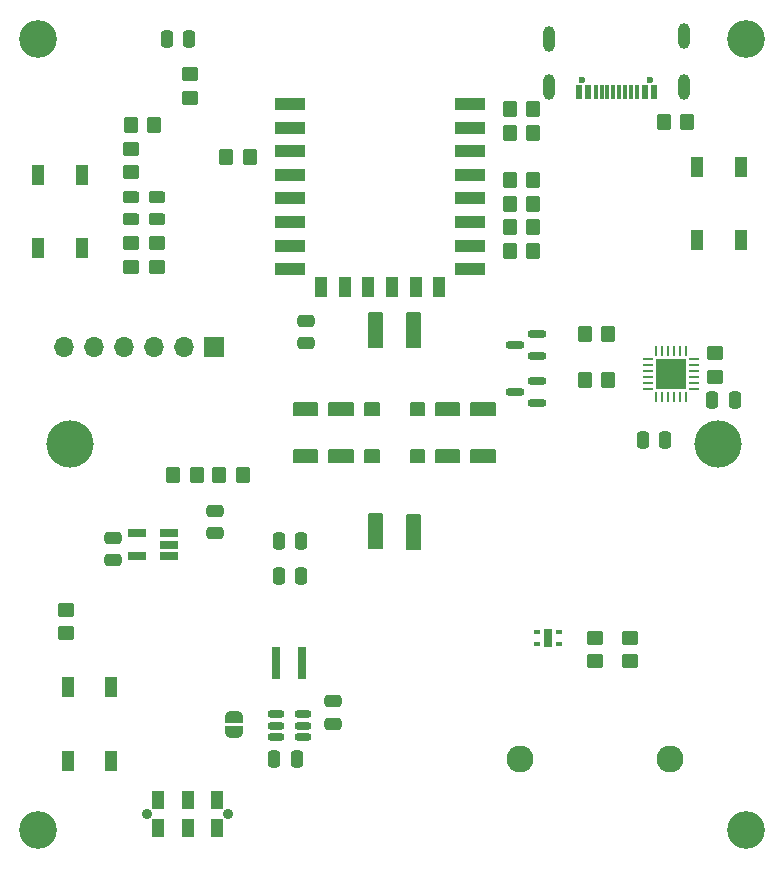
<source format=gts>
%TF.GenerationSoftware,KiCad,Pcbnew,(6.0.7)*%
%TF.CreationDate,2022-11-21T20:08:05+01:00*%
%TF.ProjectId,Arbolito,4172626f-6c69-4746-9f2e-6b696361645f,rev?*%
%TF.SameCoordinates,Original*%
%TF.FileFunction,Soldermask,Top*%
%TF.FilePolarity,Negative*%
%FSLAX46Y46*%
G04 Gerber Fmt 4.6, Leading zero omitted, Abs format (unit mm)*
G04 Created by KiCad (PCBNEW (6.0.7)) date 2022-11-21 20:08:05*
%MOMM*%
%LPD*%
G01*
G04 APERTURE LIST*
G04 Aperture macros list*
%AMRoundRect*
4,1,4,-3,2,-5,4,-7,6,-9,8,-3,2,0*
1,1,$1,$2,$3*
1,1,$1,$2,$3*
1,1,$1,$2,$3*
1,1,$1,$2,$3*
20,1,$1,$2,$3,$4,$5,90*
20,1,$1,$2,$3,$4,$5,90*
20,1,$1,$2,$3,$4,$5,90*
20,1,$1,$2,$3,$4,$5,90*%
%AMFreePoly0*
4,1,22,0.75,0.49999999999999994,0.75,-0.000000000000000045922738268339147,0.745033,-0.000000000000000045618607280367356,0.743568,-0.07994100000000004,0.701293,-0.21525600000000006,0.622738,-0.33326600000000006,0.514219,-0.42448600000000003,0.38445999999999997,-0.481581,0.24999999999999997,-0.499164,0.24999999999999997,-0.5,-0.25000000000000006,-0.5,-0.25000000000000006,-0.499164,-0.25610900000000003,-0.499963,-0.39618600000000004,-0.478152,-0.524511,-0.41790399999999994,-0.630769,-0.32405999999999996,-0.706417,-0.20416499999999996,-0.745374,-0.06785799999999996,-0.744959,0.000000000000000045614076236858221,-0.75,0.000000000000000045922738268339147,-0.75,0.5,0.75,0.49999999999999994,0.75,0.49999999999999994,0*%
%AMFreePoly1*
4,1,20,-0.744959,0.000000000000000045614076236858221,-0.744508,0.07390500000000004,-0.703889,0.20972600000000005,-0.626782,0.32868800000000004,-0.519385,0.42122600000000004,-0.39033299999999993,0.479903,-0.24999999999999997,0.5,0.25000000000000006,0.5,0.26221600000000006,0.499851,0.40201700000000007,0.476331,0.529596,0.41451899999999997,0.6347,0.31938399999999995,0.708877,0.19857399999999994,0.746166,0.061800999999999953,0.745033,-0.000000000000000045618607280367356,0.75,-0.000000000000000045922738268339147,0.75,-0.5,-0.75,-0.49999999999999994,-0.75,0.000000000000000045922738268339147,-0.744959,0.000000000000000045614076236858221,-0.744959,0.000000000000000045614076236858221,0*%
G04 Aperture macros list end*
%ADD10C,0.15*%
%AMCOMP17*
4,1,3,
-0.25000000000000006,-0.475,
0.24999999999999997,-0.475,
0.25000000000000006,0.475,
-0.24999999999999997,0.475,
0*
4,1,19,
-0.5,-0.47499999999999992,
-0.48776412907378841,-0.39774575140626306,
-0.45225424859373686,-0.32805368692688169,
-0.39694631307311828,-0.27274575140626311,
-0.32725424859373686,-0.23723587092621157,
-0.25,-0.22499999999999995,
-0.17274575140626319,-0.23723587092621157,
-0.10305368692688176,-0.27274575140626311,
-0.047745751406263186,-0.32805368692688164,
-0.012235870926211641,-0.39774575140626311,
-0.000000000000000029084400903281456,-0.47499999999999992,
-0.01223587092621165,-0.552254248593737,
-0.047745751406263144,-0.62194631307311821,
-0.10305368692688173,-0.67725424859373684,
-0.17274575140626316,-0.71276412907378839,
-0.25,-0.725,
-0.32725424859373686,-0.71276412907378839,
-0.39694631307311828,-0.67725424859373684,
-0.45225424859373692,-0.62194631307311832,
-0.48776412907378847,-0.55225424859373684,
0*
4,1,19,
-0.000000000000000029084400903281456,-0.475,
0.012235870926211593,-0.39774575140626311,
0.047745751406263116,-0.32805368692688169,
0.1030536869268817,-0.27274575140626311,
0.17274575140626311,-0.2372358709262116,
0.24999999999999997,-0.225,
0.32725424859373686,-0.2372358709262116,
0.39694631307311823,-0.27274575140626311,
0.45225424859373686,-0.32805368692688164,
0.48776412907378841,-0.39774575140626317,
0.49999999999999994,-0.475,
0.48776412907378836,-0.552254248593737,
0.45225424859373681,-0.62194631307311821,
0.39694631307311828,-0.67725424859373684,
0.32725424859373681,-0.71276412907378839,
0.25,-0.725,
0.17274575140626314,-0.71276412907378839,
0.10305368692688173,-0.67725424859373684,
0.04774575140626313,-0.62194631307311832,
0.012235870926211584,-0.55225424859373684,
0*
4,1,19,
0.000000000000000029084400903281456,0.475,
0.01223587092621165,0.55225424859373684,
0.047745751406263172,0.62194631307311821,
0.10305368692688176,0.67725424859373684,
0.17274575140626319,0.71276412907378839,
0.25,0.725,
0.32725424859373692,0.71276412907378839,
0.39694631307311828,0.67725424859373684,
0.45225424859373692,0.62194631307311832,
0.48776412907378847,0.55225424859373684,
0.5,0.475,
0.48776412907378841,0.397745751406263,
0.45225424859373686,0.32805368692688175,
0.39694631307311834,0.27274575140626311,
0.32725424859373686,0.23723587092621157,
0.25000000000000006,0.22499999999999995,
0.17274575140626322,0.23723587092621157,
0.10305368692688179,0.27274575140626311,
0.047745751406263186,0.32805368692688164,
0.012235870926211641,0.39774575140626306,
0*
4,1,19,
-0.49999999999999994,0.47500000000000003,
-0.48776412907378836,0.55225424859373684,
-0.45225424859373681,0.62194631307311821,
-0.39694631307311823,0.67725424859373684,
-0.32725424859373681,0.71276412907378839,
-0.24999999999999994,0.725,
-0.17274575140626311,0.71276412907378839,
-0.1030536869268817,0.67725424859373684,
-0.04774575140626313,0.62194631307311832,
-0.012235870926211584,0.55225424859373684,
0.000000000000000029084400903281462,0.47500000000000003,
-0.012235870926211593,0.39774575140626306,
-0.047745751406263089,0.32805368692688175,
-0.10305368692688167,0.27274575140626311,
-0.17274575140626308,0.2372358709262116,
-0.24999999999999994,0.225,
-0.32725424859373681,0.2372358709262116,
-0.39694631307311823,0.27274575140626311,
-0.45225424859373686,0.32805368692688164,
-0.48776412907378841,0.39774575140626311,
0*
4,1,3,
-0.25000000000000006,-0.725,
-0.24999999999999997,-0.22499999999999995,
0.25,-0.225,
0.24999999999999992,-0.725,
0*
4,1,3,
0.49999999999999994,-0.47500000000000003,
-0.000000000000000029084400903281456,-0.475,
0.000000000000000029084400903281456,0.475,
0.5,0.47499999999999992,
0*
4,1,3,
0.25000000000000006,0.725,
0.24999999999999997,0.22499999999999995,
-0.25,0.225,
-0.24999999999999992,0.725,
0*
4,1,3,
-0.49999999999999994,0.47500000000000003,
0.000000000000000029084400903281456,0.475,
-0.000000000000000029084400903281456,-0.475,
-0.5,-0.47499999999999992,
0*%
%ADD11COMP17,0.25X-0.475X0.25X-0.475X-0.25X0.475X-0.25X0.475X0.25X0*%
%AMCOMP18*
4,1,3,
-0.35,-0.45,
0.35,-0.45,
0.35,0.45,
-0.35,0.45,
0*
4,1,19,
-0.6,-0.44999999999999996,
-0.58776412907378839,-0.37274575140626309,
-0.55225424859373684,-0.30305368692688167,
-0.49694631307311826,-0.24774575140626312,
-0.42725424859373684,-0.2122358709262116,
-0.35,-0.19999999999999998,
-0.27274575140626311,-0.21223587092621157,
-0.20305368692688175,-0.24774575140626315,
-0.14774575140626317,-0.30305368692688173,
-0.11223587092621162,-0.37274575140626315,
-0.1,-0.44999999999999996,
-0.11223587092621162,-0.52725424859373693,
-0.14774575140626311,-0.5969463130731183,
-0.20305368692688169,-0.65225424859373682,
-0.27274575140626317,-0.68776412907378837,
-0.35,-0.7,
-0.42725424859373684,-0.68776412907378837,
-0.49694631307311826,-0.65225424859373693,
-0.55225424859373684,-0.5969463130731183,
-0.58776412907378839,-0.52725424859373693,
0*
4,1,19,
0.09999999999999995,-0.45,
0.11223587092621157,-0.37274575140626315,
0.14774575140626309,-0.30305368692688173,
0.20305368692688167,-0.24774575140626315,
0.27274575140626311,-0.21223587092621166,
0.35,-0.20000000000000004,
0.42725424859373684,-0.21223587092621163,
0.49694631307311821,-0.24774575140626318,
0.55225424859373684,-0.30305368692688178,
0.58776412907378839,-0.3727457514062632,
0.6,-0.45,
0.58776412907378839,-0.52725424859373693,
0.55225424859373684,-0.5969463130731183,
0.49694631307311826,-0.65225424859373682,
0.42725424859373679,-0.68776412907378837,
0.35,-0.7,
0.27274575140626311,-0.68776412907378837,
0.20305368692688172,-0.65225424859373693,
0.14774575140626311,-0.5969463130731183,
0.11223587092621157,-0.52725424859373693,
0*
4,1,19,
0.1,0.45,
0.11223587092621162,0.52725424859373682,
0.14774575140626314,0.5969463130731183,
0.20305368692688172,0.65225424859373682,
0.27274575140626317,0.68776412907378837,
0.35000000000000003,0.7,
0.4272542485937369,0.68776412907378837,
0.49694631307311826,0.65225424859373682,
0.55225424859373684,0.5969463130731183,
0.58776412907378839,0.52725424859373693,
0.6,0.45,
0.58776412907378839,0.37274575140626304,
0.55225424859373684,0.30305368692688167,
0.49694631307311832,0.24774575140626315,
0.42725424859373684,0.2122358709262116,
0.35000000000000003,0.19999999999999998,
0.27274575140626317,0.21223587092621157,
0.20305368692688178,0.24774575140626312,
0.14774575140626317,0.30305368692688167,
0.11223587092621162,0.37274575140626309,
0*
4,1,19,
-0.6,0.45000000000000007,
-0.58776412907378839,0.52725424859373682,
-0.55225424859373684,0.5969463130731183,
-0.49694631307311821,0.65225424859373682,
-0.42725424859373679,0.68776412907378837,
-0.34999999999999992,0.7,
-0.27274575140626306,0.68776412907378837,
-0.20305368692688169,0.65225424859373682,
-0.14774575140626311,0.5969463130731183,
-0.11223587092621157,0.52725424859373693,
-0.09999999999999995,0.45000000000000007,
-0.11223587092621157,0.37274575140626309,
-0.14774575140626306,0.30305368692688173,
-0.20305368692688164,0.24774575140626318,
-0.27274575140626311,0.21223587092621166,
-0.34999999999999992,0.20000000000000004,
-0.42725424859373679,0.21223587092621163,
-0.49694631307311821,0.24774575140626315,
-0.55225424859373684,0.30305368692688173,
-0.58776412907378839,0.37274575140626315,
0*
4,1,3,
-0.35000000000000003,-0.7,
-0.35,-0.19999999999999998,
0.35,-0.20000000000000004,
0.34999999999999992,-0.7,
0*
4,1,3,
0.6,-0.45000000000000007,
0.09999999999999995,-0.45,
0.1,0.45,
0.6,0.44999999999999996,
0*
4,1,3,
0.35000000000000003,0.7,
0.35,0.19999999999999998,
-0.35,0.20000000000000004,
-0.34999999999999992,0.7,
0*
4,1,3,
-0.6,0.45000000000000007,
-0.09999999999999995,0.45,
-0.1,-0.45,
-0.6,-0.44999999999999996,
0*%
%ADD12COMP18,0.25X-0.45X0.35X-0.45X-0.35X0.45X-0.35X0.45X0.35X0*%
%ADD13C,3.2*%
%AMCOMP19*
4,1,3,
-0.45625,0.24375000000000002,
-0.45625,-0.24374999999999997,
0.45625,-0.24375000000000002,
0.45625,0.24374999999999997,
0*
4,1,19,
-0.7,0.24375000000000005,
-0.68807002584694366,0.31907289237889347,
-0.65344789237889345,0.38702265524629037,
-0.59952265524629034,0.44094789237889348,
-0.53157289237889338,0.47557002584694369,
-0.45624999999999993,0.48750000000000004,
-0.38092710762110654,0.47557002584694369,
-0.3129773447537097,0.44094789237889342,
-0.25905210762110659,0.38702265524629031,
-0.22442997415305629,0.31907289237889347,
-0.21249999999999997,0.24375000000000002,
-0.22442997415305632,0.16842710762110649,
-0.25905210762110653,0.10047734475370972,
-0.31297734475370964,0.046552107621106613,
-0.38092710762110654,0.01192997415305635,
-0.45624999999999993,0.000000000000000027936332446572976,
-0.53157289237889338,0.011929974153056333,
-0.59952265524629023,0.046552107621106571,
-0.65344789237889334,0.10047734475370966,
-0.68807002584694366,0.16842710762110658,
0*
4,1,19,
-0.7,-0.24374999999999994,
-0.68807002584694366,-0.16842710762110652,
-0.65344789237889345,-0.10047734475370963,
-0.59952265524629034,-0.04655210762110653,
-0.53157289237889338,-0.011929974153056295,
-0.45625,0.000000000000000027936332446572982,
-0.3809271076211066,-0.011929974153056277,
-0.3129773447537097,-0.046552107621106543,
-0.25905210762110659,-0.10047734475370963,
-0.22442997415305632,-0.16842710762110655,
-0.21250000000000002,-0.24374999999999997,
-0.22442997415305635,-0.31907289237889347,
-0.25905210762110653,-0.38702265524629031,
-0.31297734475370964,-0.44094789237889342,
-0.3809271076211066,-0.47557002584694363,
-0.45625,-0.48749999999999993,
-0.53157289237889338,-0.47557002584694363,
-0.59952265524629023,-0.44094789237889337,
-0.65344789237889334,-0.38702265524629031,
-0.68807002584694366,-0.31907289237889341,
0*
4,1,19,
0.21249999999999997,-0.24375,
0.22442997415305632,-0.16842710762110658,
0.25905210762110653,-0.10047734475370969,
0.31297734475370964,-0.046552107621106585,
0.38092710762110654,-0.01192997415305635,
0.45625,-0.000000000000000027936332446572982,
0.53157289237889338,-0.011929974153056333,
0.59952265524629023,-0.0465521076211066,
0.65344789237889334,-0.10047734475370969,
0.68807002584694366,-0.1684271076211066,
0.7,-0.24375000000000002,
0.68807002584694366,-0.31907289237889352,
0.65344789237889345,-0.38702265524629037,
0.59952265524629034,-0.44094789237889348,
0.53157289237889349,-0.47557002584694369,
0.45625,-0.48750000000000004,
0.38092710762110654,-0.47557002584694369,
0.31297734475370975,-0.44094789237889342,
0.25905210762110659,-0.38702265524629037,
0.22442997415305629,-0.31907289237889347,
0*
4,1,19,
0.21250000000000002,0.24375,
0.22442997415305635,0.31907289237889341,
0.25905210762110653,0.38702265524629031,
0.31297734475370964,0.44094789237889342,
0.3809271076211066,0.47557002584694363,
0.45625000000000004,0.48749999999999993,
0.53157289237889338,0.47557002584694363,
0.59952265524629023,0.44094789237889337,
0.65344789237889334,0.38702265524629026,
0.68807002584694366,0.31907289237889341,
0.7,0.24374999999999997,
0.68807002584694366,0.16842710762110644,
0.65344789237889345,0.10047734475370966,
0.59952265524629034,0.046552107621106557,
0.53157289237889349,0.011929974153056295,
0.45625000000000004,-0.000000000000000027936332446572982,
0.3809271076211066,0.011929974153056277,
0.31297734475370975,0.046552107621106516,
0.25905210762110659,0.1004773447537096,
0.22442997415305632,0.16842710762110652,
0*
4,1,3,
-0.7,0.24375000000000008,
-0.21249999999999997,0.24374999999999997,
-0.21250000000000002,-0.24375000000000002,
-0.7,-0.24374999999999991,
0*
4,1,3,
-0.45625000000000004,-0.48749999999999993,
-0.45625,0.000000000000000027936332446572982,
0.45625,-0.000000000000000027936332446572982,
0.45624999999999993,-0.48750000000000004,
0*
4,1,3,
0.7,-0.24375000000000008,
0.21249999999999997,-0.24374999999999997,
0.21250000000000002,0.24375000000000002,
0.7,0.24374999999999991,
0*
4,1,3,
0.45625000000000004,0.48749999999999993,
0.45625,-0.000000000000000027936332446572982,
-0.45625,0.000000000000000027936332446572982,
-0.45624999999999993,0.48750000000000004,
0*%
%ADD14COMP19,0.24375X0.24375X0.45625X-0.24375X0.45625X-0.24375X-0.45625X0.24375X-0.45625X0*%
%AMCOMP20*
4,1,3,
0.25000000000000006,0.475,
-0.24999999999999997,0.475,
-0.25000000000000006,-0.475,
0.24999999999999997,-0.475,
0*
4,1,19,
0.000000000000000029084400903281456,0.475,
0.01223587092621165,0.55225424859373684,
0.047745751406263172,0.62194631307311821,
0.10305368692688176,0.67725424859373684,
0.17274575140626319,0.71276412907378839,
0.25,0.725,
0.32725424859373692,0.71276412907378839,
0.39694631307311828,0.67725424859373684,
0.45225424859373692,0.62194631307311832,
0.48776412907378847,0.55225424859373684,
0.5,0.475,
0.48776412907378841,0.397745751406263,
0.45225424859373686,0.32805368692688175,
0.39694631307311834,0.27274575140626311,
0.32725424859373686,0.23723587092621157,
0.25000000000000006,0.22499999999999995,
0.17274575140626322,0.23723587092621157,
0.10305368692688179,0.27274575140626311,
0.047745751406263186,0.32805368692688164,
0.012235870926211641,0.39774575140626306,
0*
4,1,19,
-0.49999999999999994,0.47500000000000003,
-0.48776412907378836,0.55225424859373684,
-0.45225424859373681,0.62194631307311821,
-0.39694631307311823,0.67725424859373684,
-0.32725424859373681,0.71276412907378839,
-0.24999999999999994,0.725,
-0.17274575140626311,0.71276412907378839,
-0.1030536869268817,0.67725424859373684,
-0.04774575140626313,0.62194631307311832,
-0.012235870926211584,0.55225424859373684,
0.000000000000000029084400903281462,0.47500000000000003,
-0.012235870926211593,0.39774575140626306,
-0.047745751406263089,0.32805368692688175,
-0.10305368692688167,0.27274575140626311,
-0.17274575140626308,0.2372358709262116,
-0.24999999999999994,0.225,
-0.32725424859373681,0.2372358709262116,
-0.39694631307311823,0.27274575140626311,
-0.45225424859373686,0.32805368692688164,
-0.48776412907378841,0.39774575140626311,
0*
4,1,19,
-0.5,-0.47499999999999992,
-0.48776412907378841,-0.39774575140626306,
-0.45225424859373686,-0.32805368692688169,
-0.39694631307311828,-0.27274575140626311,
-0.32725424859373686,-0.23723587092621157,
-0.25,-0.22499999999999995,
-0.17274575140626319,-0.23723587092621157,
-0.10305368692688176,-0.27274575140626311,
-0.047745751406263186,-0.32805368692688164,
-0.012235870926211641,-0.39774575140626311,
-0.000000000000000029084400903281456,-0.47499999999999992,
-0.01223587092621165,-0.552254248593737,
-0.047745751406263144,-0.62194631307311821,
-0.10305368692688173,-0.67725424859373684,
-0.17274575140626316,-0.71276412907378839,
-0.25,-0.725,
-0.32725424859373686,-0.71276412907378839,
-0.39694631307311828,-0.67725424859373684,
-0.45225424859373692,-0.62194631307311832,
-0.48776412907378847,-0.55225424859373684,
0*
4,1,19,
-0.000000000000000029084400903281456,-0.475,
0.012235870926211593,-0.39774575140626311,
0.047745751406263116,-0.32805368692688169,
0.1030536869268817,-0.27274575140626311,
0.17274575140626311,-0.2372358709262116,
0.24999999999999997,-0.225,
0.32725424859373686,-0.2372358709262116,
0.39694631307311823,-0.27274575140626311,
0.45225424859373686,-0.32805368692688164,
0.48776412907378841,-0.39774575140626317,
0.49999999999999994,-0.475,
0.48776412907378836,-0.552254248593737,
0.45225424859373681,-0.62194631307311821,
0.39694631307311828,-0.67725424859373684,
0.32725424859373681,-0.71276412907378839,
0.25,-0.725,
0.17274575140626314,-0.71276412907378839,
0.10305368692688173,-0.67725424859373684,
0.04774575140626313,-0.62194631307311832,
0.012235870926211584,-0.55225424859373684,
0*
4,1,3,
0.25000000000000006,0.725,
0.24999999999999997,0.22499999999999995,
-0.25,0.225,
-0.24999999999999992,0.725,
0*
4,1,3,
-0.49999999999999994,0.47500000000000003,
0.000000000000000029084400903281456,0.475,
-0.000000000000000029084400903281456,-0.475,
-0.5,-0.47499999999999992,
0*
4,1,3,
-0.25000000000000006,-0.725,
-0.24999999999999997,-0.22499999999999995,
0.25,-0.225,
0.24999999999999992,-0.725,
0*
4,1,3,
0.49999999999999994,-0.47500000000000003,
-0.000000000000000029084400903281456,-0.475,
0.000000000000000029084400903281456,0.475,
0.5,0.47499999999999992,
0*%
%ADD15COMP20,0.25X0.475X-0.25X0.475X0.25X-0.475X0.25X-0.475X-0.25X0*%
%AMCOMP21*
4,1,3,
-0.45,0.35,
-0.45,-0.35,
0.45,-0.35,
0.45,0.35,
0*
4,1,19,
-0.7,0.35000000000000003,
-0.68776412907378837,0.4272542485937369,
-0.65225424859373682,0.49694631307311832,
-0.5969463130731183,0.55225424859373684,
-0.52725424859373682,0.58776412907378839,
-0.44999999999999996,0.6,
-0.37274575140626315,0.58776412907378839,
-0.30305368692688167,0.55225424859373684,
-0.24774575140626315,0.49694631307311832,
-0.2122358709262116,0.42725424859373684,
-0.19999999999999998,0.35000000000000003,
-0.2122358709262116,0.27274575140626306,
-0.24774575140626312,0.20305368692688175,
-0.30305368692688173,0.14774575140626317,
-0.37274575140626309,0.11223587092621162,
-0.44999999999999996,0.1,
-0.52725424859373682,0.1122358709262116,
-0.5969463130731183,0.14774575140626311,
-0.65225424859373682,0.20305368692688167,
-0.68776412907378837,0.27274575140626311,
0*
4,1,19,
-0.7,-0.34999999999999992,
-0.68776412907378837,-0.27274575140626306,
-0.65225424859373682,-0.20305368692688167,
-0.5969463130731183,-0.14774575140626309,
-0.52725424859373682,-0.11223587092621157,
-0.45,-0.09999999999999995,
-0.3727457514062632,-0.11223587092621154,
-0.30305368692688173,-0.14774575140626309,
-0.24774575140626318,-0.20305368692688164,
-0.21223587092621166,-0.27274575140626311,
-0.20000000000000004,-0.34999999999999992,
-0.21223587092621166,-0.4272542485937369,
-0.24774575140626315,-0.49694631307311821,
-0.30305368692688178,-0.55225424859373684,
-0.37274575140626315,-0.58776412907378839,
-0.45,-0.6,
-0.52725424859373682,-0.58776412907378839,
-0.5969463130731183,-0.55225424859373684,
-0.65225424859373682,-0.49694631307311826,
-0.68776412907378837,-0.42725424859373684,
0*
4,1,19,
0.19999999999999998,-0.35,
0.2122358709262116,-0.27274575140626311,
0.24774575140626315,-0.20305368692688172,
0.30305368692688173,-0.14774575140626314,
0.37274575140626315,-0.11223587092621162,
0.45,-0.1,
0.52725424859373682,-0.1122358709262116,
0.5969463130731183,-0.14774575140626314,
0.65225424859373682,-0.20305368692688169,
0.68776412907378837,-0.27274575140626317,
0.7,-0.35,
0.68776412907378837,-0.42725424859373695,
0.65225424859373693,-0.49694631307311826,
0.5969463130731183,-0.55225424859373684,
0.52725424859373693,-0.58776412907378839,
0.45,-0.6,
0.37274575140626315,-0.58776412907378839,
0.30305368692688173,-0.55225424859373684,
0.24774575140626315,-0.49694631307311832,
0.2122358709262116,-0.4272542485937369,
0*
4,1,19,
0.20000000000000004,0.35,
0.21223587092621166,0.42725424859373684,
0.24774575140626318,0.49694631307311826,
0.30305368692688178,0.55225424859373684,
0.3727457514062632,0.58776412907378839,
0.45000000000000007,0.6,
0.52725424859373682,0.58776412907378839,
0.5969463130731183,0.55225424859373684,
0.65225424859373682,0.49694631307311826,
0.68776412907378837,0.42725424859373679,
0.7,0.35,
0.68776412907378837,0.272745751406263,
0.65225424859373693,0.20305368692688169,
0.5969463130731183,0.14774575140626311,
0.52725424859373693,0.11223587092621157,
0.45000000000000007,0.09999999999999995,
0.3727457514062632,0.11223587092621154,
0.30305368692688178,0.14774575140626306,
0.24774575140626318,0.20305368692688161,
0.21223587092621166,0.27274575140626306,
0*
4,1,3,
-0.7,0.35000000000000003,
-0.19999999999999998,0.35,
-0.20000000000000004,-0.35,
-0.7,-0.34999999999999992,
0*
4,1,3,
-0.45000000000000007,-0.6,
-0.45,-0.09999999999999995,
0.45,-0.1,
0.44999999999999996,-0.6,
0*
4,1,3,
0.7,-0.35000000000000003,
0.19999999999999998,-0.35,
0.20000000000000004,0.35,
0.7,0.34999999999999992,
0*
4,1,3,
0.45000000000000007,0.6,
0.45,0.09999999999999995,
-0.45,0.1,
-0.44999999999999996,0.6,
0*%
%ADD16COMP21,0.25X0.35X0.45X-0.35X0.45X-0.35X-0.45X0.35X-0.45X0*%
%AMCOMP22*
4,1,3,
0.35,0.45,
-0.35,0.45,
-0.35,-0.45,
0.35,-0.45,
0*
4,1,19,
0.1,0.45,
0.11223587092621162,0.52725424859373682,
0.14774575140626314,0.5969463130731183,
0.20305368692688172,0.65225424859373682,
0.27274575140626317,0.68776412907378837,
0.35000000000000003,0.7,
0.4272542485937369,0.68776412907378837,
0.49694631307311826,0.65225424859373682,
0.55225424859373684,0.5969463130731183,
0.58776412907378839,0.52725424859373693,
0.6,0.45,
0.58776412907378839,0.37274575140626304,
0.55225424859373684,0.30305368692688167,
0.49694631307311832,0.24774575140626315,
0.42725424859373684,0.2122358709262116,
0.35000000000000003,0.19999999999999998,
0.27274575140626317,0.21223587092621157,
0.20305368692688178,0.24774575140626312,
0.14774575140626317,0.30305368692688167,
0.11223587092621162,0.37274575140626309,
0*
4,1,19,
-0.6,0.45000000000000007,
-0.58776412907378839,0.52725424859373682,
-0.55225424859373684,0.5969463130731183,
-0.49694631307311821,0.65225424859373682,
-0.42725424859373679,0.68776412907378837,
-0.34999999999999992,0.7,
-0.27274575140626306,0.68776412907378837,
-0.20305368692688169,0.65225424859373682,
-0.14774575140626311,0.5969463130731183,
-0.11223587092621157,0.52725424859373693,
-0.09999999999999995,0.45000000000000007,
-0.11223587092621157,0.37274575140626309,
-0.14774575140626306,0.30305368692688173,
-0.20305368692688164,0.24774575140626318,
-0.27274575140626311,0.21223587092621166,
-0.34999999999999992,0.20000000000000004,
-0.42725424859373679,0.21223587092621163,
-0.49694631307311821,0.24774575140626315,
-0.55225424859373684,0.30305368692688173,
-0.58776412907378839,0.37274575140626315,
0*
4,1,19,
-0.6,-0.44999999999999996,
-0.58776412907378839,-0.37274575140626309,
-0.55225424859373684,-0.30305368692688167,
-0.49694631307311826,-0.24774575140626312,
-0.42725424859373684,-0.2122358709262116,
-0.35,-0.19999999999999998,
-0.27274575140626311,-0.21223587092621157,
-0.20305368692688175,-0.24774575140626315,
-0.14774575140626317,-0.30305368692688173,
-0.11223587092621162,-0.37274575140626315,
-0.1,-0.44999999999999996,
-0.11223587092621162,-0.52725424859373693,
-0.14774575140626311,-0.5969463130731183,
-0.20305368692688169,-0.65225424859373682,
-0.27274575140626317,-0.68776412907378837,
-0.35,-0.7,
-0.42725424859373684,-0.68776412907378837,
-0.49694631307311826,-0.65225424859373693,
-0.55225424859373684,-0.5969463130731183,
-0.58776412907378839,-0.52725424859373693,
0*
4,1,19,
0.09999999999999995,-0.45,
0.11223587092621157,-0.37274575140626315,
0.14774575140626309,-0.30305368692688173,
0.20305368692688167,-0.24774575140626315,
0.27274575140626311,-0.21223587092621166,
0.35,-0.20000000000000004,
0.42725424859373684,-0.21223587092621163,
0.49694631307311821,-0.24774575140626318,
0.55225424859373684,-0.30305368692688178,
0.58776412907378839,-0.3727457514062632,
0.6,-0.45,
0.58776412907378839,-0.52725424859373693,
0.55225424859373684,-0.5969463130731183,
0.49694631307311826,-0.65225424859373682,
0.42725424859373679,-0.68776412907378837,
0.35,-0.7,
0.27274575140626311,-0.68776412907378837,
0.20305368692688172,-0.65225424859373693,
0.14774575140626311,-0.5969463130731183,
0.11223587092621157,-0.52725424859373693,
0*
4,1,3,
0.35000000000000003,0.7,
0.35,0.19999999999999998,
-0.35,0.20000000000000004,
-0.34999999999999992,0.7,
0*
4,1,3,
-0.6,0.45000000000000007,
-0.09999999999999995,0.45,
-0.1,-0.45,
-0.6,-0.44999999999999996,
0*
4,1,3,
-0.35000000000000003,-0.7,
-0.35,-0.19999999999999998,
0.35,-0.20000000000000004,
0.34999999999999992,-0.7,
0*
4,1,3,
0.6,-0.45000000000000007,
0.09999999999999995,-0.45,
0.1,0.45,
0.6,0.44999999999999996,
0*%
%ADD17COMP22,0.25X0.45X-0.35X0.45X0.35X-0.45X0.35X-0.45X-0.35X0*%
%ADD18C,0.9*%
%ADD19R,1X1.6*%
%AMCOMP23*
4,1,21,
0.75,0.49999999999999994,
0.75,-0.000000000000000045922738268339147,
0.745033,-0.000000000000000045618607280367356,
0.743568,-0.07994100000000004,
0.701293,-0.21525600000000006,
0.622738,-0.33326600000000006,
0.514219,-0.42448600000000003,
0.38445999999999997,-0.481581,
0.24999999999999997,-0.499164,
0.24999999999999997,-0.5,
-0.25000000000000006,-0.5,
-0.25000000000000006,-0.499164,
-0.25610900000000003,-0.499963,
-0.39618600000000004,-0.478152,
-0.524511,-0.41790399999999994,
-0.630769,-0.32405999999999996,
-0.706417,-0.20416499999999996,
-0.745374,-0.06785799999999996,
-0.744959,0.000000000000000045614076236858221,
-0.75,0.000000000000000045922738268339147,
-0.75,0.5,
0.75,0.49999999999999994,
0*%
%ADD20COMP23,0*%
%AMCOMP24*
4,1,19,
-0.744959,0.000000000000000045614076236858221,
-0.744508,0.07390500000000004,
-0.703889,0.20972600000000005,
-0.626782,0.32868800000000004,
-0.519385,0.42122600000000004,
-0.39033299999999993,0.479903,
-0.24999999999999997,0.5,
0.25000000000000006,0.5,
0.26221600000000006,0.499851,
0.40201700000000007,0.476331,
0.529596,0.41451899999999997,
0.6347,0.31938399999999995,
0.708877,0.19857399999999994,
0.746166,0.061800999999999953,
0.745033,-0.000000000000000045618607280367356,
0.75,-0.000000000000000045922738268339147,
0.75,-0.5,
-0.75,-0.49999999999999994,
-0.75,0.000000000000000045922738268339147,
-0.744959,0.000000000000000045614076236858221,
0*%
%ADD21COMP24,0*%
%AMCOMP25*
4,1,3,
0.5875,0.14999999999999997,
-0.5875,0.15000000000000002,
-0.5875,-0.14999999999999997,
0.5875,-0.15000000000000002,
0*
4,1,19,
0.4375,0.14999999999999997,
0.444841522555727,0.19635254915624209,
0.46614745084375792,0.23816778784387094,
0.49933221215612905,0.271352549156242,
0.54114745084375793,0.29265847744427292,
0.5875,0.29999999999999993,
0.63385254915624212,0.292658477444273,
0.67566778784387094,0.271352549156242,
0.70885254915624207,0.23816778784387094,
0.73015847744427309,0.19635254915624206,
0.7375,0.14999999999999997,
0.73015847744427309,0.1036474508437578,
0.70885254915624218,0.061832212156128996,
0.675667787843871,0.02864745084375786,
0.63385254915624212,0.0073415225557269424,
0.5875,-0.000000000000000035972811643532336,
0.54114745084375793,0.0073415225557269207,
0.49933221215612911,0.028647450843757829,
0.46614745084375792,0.061832212156128968,
0.444841522555727,0.10364745084375782,
0*
4,1,19,
-0.7375,0.15000000000000005,
-0.73015847744427309,0.19635254915624217,
-0.70885254915624207,0.23816778784387102,
-0.675667787843871,0.27135254915624213,
-0.63385254915624212,0.29265847744427304,
-0.5875,0.30000000000000004,
-0.54114745084375793,0.29265847744427309,
-0.49933221215612905,0.27135254915624213,
-0.46614745084375792,0.23816778784387102,
-0.444841522555727,0.19635254915624215,
-0.4375,0.15000000000000005,
-0.444841522555727,0.10364745084375787,
-0.46614745084375786,0.061832212156129066,
-0.49933221215612905,0.028647450843757933,
-0.54114745084375793,0.0073415225557270144,
-0.5875,0.000000000000000035972811643532336,
-0.63385254915624212,0.0073415225557269927,
-0.67566778784387094,0.0286474508437579,
-0.70885254915624207,0.061832212156129038,
-0.73015847744427309,0.10364745084375789,
0*
4,1,19,
-0.7375,-0.14999999999999994,
-0.73015847744427309,-0.10364745084375784,
-0.70885254915624207,-0.061832212156128982,
-0.675667787843871,-0.028647450843757846,
-0.63385254915624212,-0.0073415225557269424,
-0.5875,0.000000000000000035972811643532336,
-0.54114745084375793,-0.0073415225557269207,
-0.49933221215612905,-0.028647450843757857,
-0.46614745084375792,-0.061832212156128982,
-0.444841522555727,-0.10364745084375784,
-0.4375,-0.14999999999999994,
-0.444841522555727,-0.19635254915624212,
-0.46614745084375786,-0.23816778784387091,
-0.49933221215612905,-0.271352549156242,
-0.54114745084375793,-0.29265847744427292,
-0.5875,-0.29999999999999993,
-0.63385254915624212,-0.292658477444273,
-0.67566778784387094,-0.27135254915624207,
-0.70885254915624207,-0.23816778784387094,
-0.73015847744427309,-0.19635254915624209,
0*
4,1,19,
0.4375,-0.15000000000000002,
0.444841522555727,-0.10364745084375791,
0.46614745084375792,-0.061832212156129052,
0.49933221215612905,-0.028647450843757919,
0.54114745084375793,-0.0073415225557270144,
0.5875,-0.000000000000000035972811643532336,
0.63385254915624212,-0.0073415225557269927,
0.67566778784387094,-0.028647450843757929,
0.70885254915624207,-0.061832212156129052,
0.73015847744427309,-0.10364745084375791,
0.7375,-0.15000000000000002,
0.73015847744427309,-0.1963525491562422,
0.70885254915624218,-0.238167787843871,
0.675667787843871,-0.27135254915624213,
0.63385254915624212,-0.29265847744427304,
0.5875,-0.30000000000000004,
0.54114745084375793,-0.29265847744427309,
0.49933221215612911,-0.27135254915624218,
0.46614745084375792,-0.23816778784387102,
0.444841522555727,-0.19635254915624217,
0*
4,1,3,
0.5875,0.29999999999999993,
0.5875,-0.000000000000000035972811643532336,
-0.5875,0.000000000000000035972811643532336,
-0.5875,0.30000000000000004,
0*
4,1,3,
-0.7375,0.15000000000000005,
-0.4375,0.15000000000000002,
-0.4375,-0.14999999999999997,
-0.7375,-0.14999999999999994,
0*
4,1,3,
-0.5875,-0.29999999999999993,
-0.5875,0.000000000000000035972811643532336,
0.5875,-0.000000000000000035972811643532336,
0.5875,-0.30000000000000004,
0*
4,1,3,
0.7375,-0.15000000000000005,
0.4375,-0.15000000000000002,
0.4375,0.14999999999999997,
0.7375,0.14999999999999994,
0*%
%ADD22COMP25,0.15X0.15X-0.5875X0.15X0.5875X-0.15X0.5875X-0.15X-0.5875X0*%
%ADD23R,0.8X2.7*%
%AMCOMP26*
4,1,3,
0.475,-0.25000000000000006,
0.475,0.24999999999999997,
-0.475,0.25000000000000006,
-0.475,-0.24999999999999997,
0*
4,1,19,
0.22499999999999995,-0.25,
0.2372358709262116,-0.17274575140626316,
0.27274575140626311,-0.10305368692688173,
0.32805368692688169,-0.047745751406263158,
0.39774575140626311,-0.012235870926211641,
0.475,-0.000000000000000029084400903281456,
0.55225424859373684,-0.012235870926211622,
0.62194631307311821,-0.047745751406263172,
0.67725424859373684,-0.10305368692688173,
0.71276412907378839,-0.17274575140626319,
0.725,-0.25,
0.71276412907378839,-0.327254248593737,
0.67725424859373684,-0.39694631307311828,
0.62194631307311832,-0.45225424859373692,
0.55225424859373684,-0.48776412907378847,
0.475,-0.5,
0.39774575140626311,-0.48776412907378841,
0.32805368692688175,-0.45225424859373686,
0.27274575140626311,-0.39694631307311834,
0.23723587092621157,-0.32725424859373692,
0*
4,1,19,
0.225,0.25,
0.23723587092621162,0.32725424859373686,
0.27274575140626311,0.39694631307311828,
0.32805368692688169,0.45225424859373686,
0.39774575140626317,0.48776412907378841,
0.47500000000000003,0.49999999999999994,
0.55225424859373684,0.48776412907378836,
0.62194631307311821,0.45225424859373681,
0.67725424859373684,0.39694631307311828,
0.71276412907378839,0.32725424859373681,
0.725,0.25,
0.71276412907378839,0.17274575140626303,
0.67725424859373684,0.1030536869268817,
0.62194631307311832,0.04774575140626313,
0.55225424859373684,0.012235870926211584,
0.47500000000000003,-0.000000000000000029084400903281462,
0.39774575140626317,0.012235870926211565,
0.32805368692688175,0.047745751406263089,
0.27274575140626311,0.10305368692688165,
0.2372358709262116,0.17274575140626305,
0*
4,1,19,
-0.725,0.25000000000000006,
-0.71276412907378839,0.32725424859373692,
-0.67725424859373684,0.39694631307311834,
-0.62194631307311821,0.45225424859373692,
-0.55225424859373684,0.48776412907378847,
-0.47499999999999992,0.5,
-0.39774575140626306,0.48776412907378841,
-0.32805368692688175,0.45225424859373686,
-0.27274575140626311,0.39694631307311834,
-0.23723587092621157,0.32725424859373686,
-0.22499999999999995,0.25000000000000006,
-0.2372358709262116,0.17274575140626311,
-0.27274575140626311,0.10305368692688176,
-0.32805368692688164,0.047745751406263186,
-0.39774575140626311,0.012235870926211641,
-0.47499999999999992,0.000000000000000029084400903281456,
-0.55225424859373673,0.012235870926211622,
-0.62194631307311821,0.047745751406263144,
-0.67725424859373684,0.1030536869268817,
-0.71276412907378839,0.17274575140626314,
0*
4,1,19,
-0.725,-0.24999999999999994,
-0.71276412907378839,-0.17274575140626308,
-0.67725424859373684,-0.10305368692688167,
-0.62194631307311821,-0.0477457514062631,
-0.55225424859373684,-0.012235870926211584,
-0.475,0.000000000000000029084400903281456,
-0.39774575140626311,-0.012235870926211565,
-0.32805368692688175,-0.047745751406263116,
-0.27274575140626311,-0.10305368692688167,
-0.2372358709262116,-0.17274575140626311,
-0.225,-0.24999999999999997,
-0.23723587092621162,-0.32725424859373692,
-0.27274575140626311,-0.39694631307311823,
-0.32805368692688164,-0.45225424859373686,
-0.39774575140626317,-0.48776412907378841,
-0.475,-0.49999999999999994,
-0.55225424859373673,-0.48776412907378836,
-0.62194631307311821,-0.45225424859373681,
-0.67725424859373684,-0.39694631307311828,
-0.71276412907378839,-0.32725424859373686,
0*
4,1,3,
0.725,-0.25000000000000006,
0.22499999999999995,-0.24999999999999997,
0.225,0.25,
0.725,0.24999999999999992,
0*
4,1,3,
0.47500000000000003,0.49999999999999994,
0.475,-0.000000000000000029084400903281456,
-0.475,0.000000000000000029084400903281456,
-0.47499999999999992,0.5,
0*
4,1,3,
-0.725,0.25000000000000006,
-0.22499999999999995,0.24999999999999997,
-0.225,-0.25,
-0.725,-0.24999999999999992,
0*
4,1,3,
-0.47500000000000003,-0.49999999999999994,
-0.475,0.000000000000000029084400903281456,
0.475,-0.000000000000000029084400903281456,
0.47499999999999992,-0.5,
0*%
%ADD24COMP26,0.25X-0.25X-0.475X0.25X-0.475X0.25X0.475X-0.25X0.475X0*%
%AMCOMP27*
4,1,3,
0.45,-0.35,
0.45,0.35,
-0.45,0.35,
-0.45,-0.35,
0*
4,1,19,
0.19999999999999998,-0.35,
0.2122358709262116,-0.27274575140626311,
0.24774575140626315,-0.20305368692688172,
0.30305368692688173,-0.14774575140626314,
0.37274575140626315,-0.11223587092621162,
0.45,-0.1,
0.52725424859373682,-0.1122358709262116,
0.5969463130731183,-0.14774575140626314,
0.65225424859373682,-0.20305368692688169,
0.68776412907378837,-0.27274575140626317,
0.7,-0.35,
0.68776412907378837,-0.42725424859373695,
0.65225424859373693,-0.49694631307311826,
0.5969463130731183,-0.55225424859373684,
0.52725424859373693,-0.58776412907378839,
0.45,-0.6,
0.37274575140626315,-0.58776412907378839,
0.30305368692688173,-0.55225424859373684,
0.24774575140626315,-0.49694631307311832,
0.2122358709262116,-0.4272542485937369,
0*
4,1,19,
0.20000000000000004,0.35,
0.21223587092621166,0.42725424859373684,
0.24774575140626318,0.49694631307311826,
0.30305368692688178,0.55225424859373684,
0.3727457514062632,0.58776412907378839,
0.45000000000000007,0.6,
0.52725424859373682,0.58776412907378839,
0.5969463130731183,0.55225424859373684,
0.65225424859373682,0.49694631307311826,
0.68776412907378837,0.42725424859373679,
0.7,0.35,
0.68776412907378837,0.272745751406263,
0.65225424859373693,0.20305368692688169,
0.5969463130731183,0.14774575140626311,
0.52725424859373693,0.11223587092621157,
0.45000000000000007,0.09999999999999995,
0.3727457514062632,0.11223587092621154,
0.30305368692688178,0.14774575140626306,
0.24774575140626318,0.20305368692688161,
0.21223587092621166,0.27274575140626306,
0*
4,1,19,
-0.7,0.35000000000000003,
-0.68776412907378837,0.4272542485937369,
-0.65225424859373682,0.49694631307311832,
-0.5969463130731183,0.55225424859373684,
-0.52725424859373682,0.58776412907378839,
-0.44999999999999996,0.6,
-0.37274575140626315,0.58776412907378839,
-0.30305368692688167,0.55225424859373684,
-0.24774575140626315,0.49694631307311832,
-0.2122358709262116,0.42725424859373684,
-0.19999999999999998,0.35000000000000003,
-0.2122358709262116,0.27274575140626306,
-0.24774575140626312,0.20305368692688175,
-0.30305368692688173,0.14774575140626317,
-0.37274575140626309,0.11223587092621162,
-0.44999999999999996,0.1,
-0.52725424859373682,0.1122358709262116,
-0.5969463130731183,0.14774575140626311,
-0.65225424859373682,0.20305368692688167,
-0.68776412907378837,0.27274575140626311,
0*
4,1,19,
-0.7,-0.34999999999999992,
-0.68776412907378837,-0.27274575140626306,
-0.65225424859373682,-0.20305368692688167,
-0.5969463130731183,-0.14774575140626309,
-0.52725424859373682,-0.11223587092621157,
-0.45,-0.09999999999999995,
-0.3727457514062632,-0.11223587092621154,
-0.30305368692688173,-0.14774575140626309,
-0.24774575140626318,-0.20305368692688164,
-0.21223587092621166,-0.27274575140626311,
-0.20000000000000004,-0.34999999999999992,
-0.21223587092621166,-0.4272542485937369,
-0.24774575140626315,-0.49694631307311821,
-0.30305368692688178,-0.55225424859373684,
-0.37274575140626315,-0.58776412907378839,
-0.45,-0.6,
-0.52725424859373682,-0.58776412907378839,
-0.5969463130731183,-0.55225424859373684,
-0.65225424859373682,-0.49694631307311826,
-0.68776412907378837,-0.42725424859373684,
0*
4,1,3,
0.7,-0.35000000000000003,
0.19999999999999998,-0.35,
0.20000000000000004,0.35,
0.7,0.34999999999999992,
0*
4,1,3,
0.45000000000000007,0.6,
0.45,0.09999999999999995,
-0.45,0.1,
-0.44999999999999996,0.6,
0*
4,1,3,
-0.7,0.35000000000000003,
-0.19999999999999998,0.35,
-0.20000000000000004,-0.35,
-0.7,-0.34999999999999992,
0*
4,1,3,
-0.45000000000000007,-0.6,
-0.45,-0.09999999999999995,
0.45,-0.1,
0.44999999999999996,-0.6,
0*%
%ADD25COMP27,0.25X-0.35X-0.45X0.35X-0.45X0.35X0.45X-0.35X0.45X0*%
%AMCOMP28*
4,1,3,
0.1875,0.087499999999999981,
-0.1875,0.087500000000000008,
-0.1875,-0.087499999999999981,
0.1875,-0.087500000000000008,
0*
4,1,19,
0.1,0.0875,
0.10428255482417409,0.11453898700780789,
0.11671101299219212,0.13893120957559141,
0.13606879042440861,0.15828898700780789,
0.16046101299219209,0.17071744517582593,
0.1875,0.175,
0.21453898700780788,0.17071744517582593,
0.23893120957559139,0.15828898700780786,
0.25828898700780789,0.13893120957559138,
0.27071744517582591,0.11453898700780789,
0.275,0.0875,
0.27071744517582591,0.060461012992192059,
0.25828898700780789,0.036068790424408595,
0.23893120957559141,0.01671101299219209,
0.21453898700780791,0.0042825548241740572,
0.18750000000000003,-0.000000000000000011480684567084788,
0.16046101299219212,0.0042825548241740468,
0.13606879042440861,0.016711012992192083,
0.11671101299219211,0.036068790424408574,
0.10428255482417408,0.060461012992192073,
0*
4,1,19,
-0.275,0.087500000000000008,
-0.27071744517582591,0.1145389870078079,
-0.25828898700780789,0.13893120957559144,
-0.23893120957559139,0.15828898700780791,
-0.21453898700780791,0.17071744517582593,
-0.1875,0.175,
-0.16046101299219212,0.17071744517582593,
-0.13606879042440861,0.15828898700780789,
-0.1167110129921921,0.13893120957559141,
-0.10428255482417406,0.1145389870078079,
-0.1,0.087500000000000008,
-0.10428255482417408,0.06046101299219208,
-0.1167110129921921,0.036068790424408616,
-0.13606879042440859,0.016711012992192111,
-0.16046101299219209,0.00428255482417408,
-0.18749999999999997,0.000000000000000011480684567084785,
-0.21453898700780788,0.0042825548241740693,
-0.23893120957559139,0.016711012992192104,
-0.25828898700780789,0.036068790424408595,
-0.27071744517582591,0.060461012992192094,
0*
4,1,19,
-0.275,-0.087499999999999981,
-0.27071744517582591,-0.060461012992192087,
-0.25828898700780789,-0.036068790424408581,
-0.23893120957559139,-0.01671101299219209,
-0.21453898700780791,-0.0042825548241740572,
-0.1875,0.000000000000000011480684567084787,
-0.16046101299219212,-0.0042825548241740468,
-0.13606879042440861,-0.016711012992192097,
-0.11671101299219211,-0.036068790424408581,
-0.10428255482417408,-0.06046101299219208,
-0.1,-0.087499999999999981,
-0.10428255482417409,-0.11453898700780792,
-0.11671101299219211,-0.13893120957559138,
-0.13606879042440859,-0.15828898700780789,
-0.16046101299219209,-0.17071744517582593,
-0.18749999999999997,-0.175,
-0.21453898700780788,-0.17071744517582593,
-0.23893120957559139,-0.15828898700780789,
-0.25828898700780789,-0.13893120957559138,
-0.27071744517582591,-0.11453898700780789,
0*
4,1,19,
0.1,-0.0875,
0.10428255482417408,-0.060461012992192108,
0.11671101299219211,-0.0360687904244086,
0.13606879042440861,-0.016711012992192111,
0.16046101299219209,-0.00428255482417408,
0.1875,-0.000000000000000011480684567084787,
0.21453898700780788,-0.0042825548241740693,
0.23893120957559139,-0.016711012992192117,
0.25828898700780789,-0.0360687904244086,
0.27071744517582591,-0.0604610129921921,
0.275,-0.0875,
0.27071744517582591,-0.11453898700780793,
0.25828898700780789,-0.13893120957559141,
0.23893120957559141,-0.15828898700780791,
0.21453898700780791,-0.17071744517582593,
0.18750000000000003,-0.175,
0.16046101299219212,-0.17071744517582593,
0.13606879042440861,-0.15828898700780791,
0.1167110129921921,-0.13893120957559141,
0.10428255482417406,-0.1145389870078079,
0*
4,1,3,
0.1875,0.175,
0.1875,-0.000000000000000011480684567084787,
-0.1875,0.000000000000000011480684567084787,
-0.1875,0.175,
0*
4,1,3,
-0.275,0.087500000000000008,
-0.1,0.0875,
-0.1,-0.0875,
-0.275,-0.087499999999999981,
0*
4,1,3,
-0.1875,-0.175,
-0.1875,0.000000000000000011480684567084787,
0.1875,-0.000000000000000011480684567084787,
0.1875,-0.175,
0*
4,1,3,
0.275,-0.087500000000000008,
0.1,-0.0875,
0.1,0.0875,
0.275,0.087499999999999981,
0*%
%ADD26COMP28,0.0875X0.0875X-0.1875X0.0875X0.1875X-0.0875X0.1875X-0.0875X-0.1875X0*%
%AMCOMP29*
4,1,3,
0.17500000000000002,0.625,
-0.17499999999999996,0.625,
-0.17500000000000002,-0.625,
0.17499999999999996,-0.625,
0*
4,1,19,
0.000000000000000038268948556949289,0.625,
0.008565109648348182,0.67907797401561576,
0.033422025984384249,0.72786241915118277,
0.072137580848817232,0.76657797401561578,
0.12092202598438423,0.79143489035165182,
0.17500000000000004,0.8,
0.22907797401561583,0.79143489035165193,
0.27786241915118282,0.76657797401561578,
0.31657797401561583,0.72786241915118277,
0.34143489035165192,0.67907797401561576,
0.35000000000000003,0.625,
0.34143489035165192,0.57092202598438413,
0.31657797401561588,0.52213758084881723,
0.27786241915118287,0.48342202598438422,
0.22907797401561583,0.45856510964834818,
0.17500000000000004,0.45,
0.12092202598438426,0.45856510964834812,
0.072137580848817259,0.48342202598438422,
0.033422025984384242,0.52213758084881712,
0.0085651096483481751,0.57092202598438413,
0*
4,1,19,
-0.34999999999999992,0.625,
-0.34143489035165181,0.67907797401561576,
-0.31657797401561572,0.72786241915118277,
-0.27786241915118276,0.76657797401561578,
-0.22907797401561575,0.79143489035165182,
-0.17499999999999993,0.8,
-0.12092202598438416,0.79143489035165193,
-0.072137580848817176,0.76657797401561578,
-0.033422025984384165,0.72786241915118277,
-0.0085651096483480987,0.67907797401561576,
0.000000000000000038268948556949289,0.625,
-0.0085651096483481057,0.57092202598438413,
-0.033422025984384145,0.52213758084881723,
-0.072137580848817148,0.48342202598438422,
-0.12092202598438415,0.45856510964834818,
-0.17499999999999993,0.45,
-0.22907797401561572,0.45856510964834812,
-0.2778624191511827,0.48342202598438422,
-0.31657797401561572,0.52213758084881712,
-0.34143489035165181,0.57092202598438413,
0*
4,1,19,
-0.35000000000000003,-0.625,
-0.34143489035165192,-0.57092202598438424,
-0.31657797401561583,-0.52213758084881723,
-0.27786241915118287,-0.48342202598438422,
-0.22907797401561583,-0.45856510964834818,
-0.17500000000000002,-0.45,
-0.12092202598438423,-0.45856510964834812,
-0.072137580848817245,-0.48342202598438422,
-0.033422025984384242,-0.52213758084881723,
-0.0085651096483481751,-0.57092202598438424,
-0.000000000000000038268948556949289,-0.625,
-0.008565109648348182,-0.67907797401561587,
-0.033422025984384221,-0.72786241915118277,
-0.072137580848817218,-0.76657797401561578,
-0.12092202598438422,-0.79143489035165182,
-0.17500000000000002,-0.8,
-0.2290779740156158,-0.79143489035165193,
-0.27786241915118282,-0.76657797401561578,
-0.31657797401561583,-0.72786241915118288,
-0.34143489035165192,-0.67907797401561587,
0*
4,1,19,
-0.000000000000000038268948556949289,-0.625,
0.0085651096483481057,-0.57092202598438424,
0.033422025984384172,-0.52213758084881723,
0.072137580848817162,-0.48342202598438422,
0.12092202598438416,-0.45856510964834818,
0.17499999999999996,-0.45,
0.22907797401561575,-0.45856510964834812,
0.2778624191511827,-0.48342202598438422,
0.31657797401561572,-0.52213758084881723,
0.34143489035165181,-0.57092202598438424,
0.34999999999999992,-0.625,
0.34143489035165181,-0.67907797401561587,
0.31657797401561577,-0.72786241915118277,
0.27786241915118276,-0.76657797401561578,
0.22907797401561575,-0.79143489035165182,
0.17499999999999996,-0.8,
0.12092202598438419,-0.79143489035165193,
0.07213758084881719,-0.76657797401561578,
0.033422025984384165,-0.72786241915118288,
0.0085651096483480987,-0.67907797401561587,
0*
4,1,3,
0.17500000000000004,0.8,
0.17500000000000002,0.45,
-0.17499999999999996,0.45,
-0.17499999999999993,0.8,
0*
4,1,3,
-0.34999999999999992,0.625,
0.000000000000000038268948556949289,0.625,
-0.000000000000000038268948556949289,-0.625,
-0.35000000000000003,-0.625,
0*
4,1,3,
-0.17500000000000004,-0.8,
-0.17500000000000002,-0.45,
0.17499999999999996,-0.45,
0.17499999999999993,-0.8,
0*
4,1,3,
0.34999999999999992,-0.625,
-0.000000000000000038268948556949289,-0.625,
0.000000000000000038268948556949289,0.625,
0.35000000000000003,0.625,
0*%
%ADD27COMP29,0.175X0.625X-0.175X0.625X0.175X-0.625X0.175X-0.625X-0.175X0*%
%ADD28R,2.5X1*%
%ADD29R,1X1.8*%
%ADD30R,1.56X0.65*%
%AMCOMP30*
4,1,3,
0.062499999999999979,-0.35,
0.062500000000000028,0.35,
-0.062499999999999979,0.35,
-0.062500000000000028,-0.35,
0*
4,1,19,
-0.0000000000000000214306111918916,-0.35,
0.0030589677315528839,-0.33068643785156576,
0.011936437851565765,-0.31326342173172039,
0.025763421731720412,-0.29943643785156576,
0.043186437851565763,-0.29055896773155288,
0.062499999999999972,-0.2875,
0.0818135621484342,-0.29055896773155288,
0.099236578268279543,-0.29943643785156576,
0.1130635621484342,-0.31326342173172039,
0.12194103226844709,-0.33068643785156576,
0.12499999999999997,-0.35,
0.12194103226844707,-0.36931356214843419,
0.11306356214843419,-0.38673657826827956,
0.099236578268279557,-0.40056356214843419,
0.081813562148434188,-0.40944103226844708,
0.062499999999999986,-0.4125,
0.04318643785156577,-0.40944103226844708,
0.025763421731720419,-0.40056356214843419,
0.011936437851565767,-0.38673657826827956,
0.0030589677315528817,-0.36931356214843419,
0*
4,1,19,
0.0000000000000000214306111918916,0.35,
0.0030589677315529269,0.36931356214843419,
0.011936437851565809,0.38673657826827956,
0.025763421731720453,0.40056356214843419,
0.043186437851565812,0.40944103226844708,
0.062500000000000014,0.4125,
0.081813562148434243,0.40944103226844708,
0.099236578268279585,0.40056356214843419,
0.11306356214843424,0.38673657826827956,
0.12194103226844713,0.36931356214843419,
0.12500000000000003,0.35,
0.12194103226844712,0.33068643785156576,
0.11306356214843423,0.31326342173172039,
0.0992365782682796,0.29943643785156576,
0.08181356214843423,0.29055896773155288,
0.062500000000000028,0.2875,
0.043186437851565819,0.29055896773155288,
0.02576342173172046,0.29943643785156576,
0.01193643785156581,0.31326342173172039,
0.0030589677315529247,0.33068643785156576,
0*
4,1,19,
-0.12499999999999997,0.35,
-0.12194103226844707,0.36931356214843419,
-0.11306356214843419,0.38673657826827956,
-0.099236578268279543,0.40056356214843419,
-0.081813562148434188,0.40944103226844708,
-0.062499999999999972,0.4125,
-0.043186437851565763,0.40944103226844708,
-0.025763421731720412,0.40056356214843419,
-0.011936437851565767,0.38673657826827956,
-0.0030589677315528817,0.36931356214843419,
0.0000000000000000214306111918916,0.35,
-0.0030589677315528839,0.33068643785156576,
-0.011936437851565758,0.31326342173172039,
-0.025763421731720405,0.29943643785156576,
-0.043186437851565757,0.29055896773155288,
-0.062499999999999965,0.2875,
-0.081813562148434188,0.29055896773155288,
-0.099236578268279543,0.29943643785156576,
-0.1130635621484342,0.31326342173172039,
-0.12194103226844709,0.33068643785156576,
0*
4,1,19,
-0.12500000000000003,-0.35,
-0.12194103226844712,-0.33068643785156576,
-0.11306356214843423,-0.31326342173172039,
-0.099236578268279585,-0.29943643785156576,
-0.08181356214843423,-0.29055896773155288,
-0.062500000000000014,-0.2875,
-0.043186437851565812,-0.29055896773155288,
-0.025763421731720453,-0.29943643785156576,
-0.01193643785156581,-0.31326342173172039,
-0.0030589677315529247,-0.33068643785156576,
-0.0000000000000000214306111918916,-0.35,
-0.0030589677315529269,-0.36931356214843419,
-0.011936437851565802,-0.38673657826827956,
-0.025763421731720446,-0.40056356214843419,
-0.043186437851565805,-0.40944103226844708,
-0.062500000000000014,-0.4125,
-0.08181356214843423,-0.40944103226844708,
-0.099236578268279585,-0.40056356214843419,
-0.11306356214843424,-0.38673657826827956,
-0.12194103226844713,-0.36931356214843419,
0*
4,1,3,
0.12499999999999997,-0.35,
-0.0000000000000000214306111918916,-0.35,
0.0000000000000000214306111918916,0.35,
0.12500000000000003,0.35,
0*
4,1,3,
0.062500000000000028,0.4125,
0.062500000000000014,0.2875,
-0.062499999999999979,0.2875,
-0.062499999999999965,0.4125,
0*
4,1,3,
-0.12499999999999997,0.35,
0.0000000000000000214306111918916,0.35,
-0.0000000000000000214306111918916,-0.35,
-0.12500000000000003,-0.35,
0*
4,1,3,
-0.062500000000000028,-0.4125,
-0.062500000000000014,-0.2875,
0.062499999999999979,-0.2875,
0.062499999999999965,-0.4125,
0*%
%ADD31COMP30,0.0625X-0.35X-0.0625X0.35X-0.0625X0.35X0.0625X-0.35X0.0625X0*%
%AMCOMP31*
4,1,3,
0.35,-0.062500000000000028,
0.35,0.062499999999999979,
-0.35,0.062500000000000028,
-0.35,-0.062499999999999979,
0*
4,1,19,
0.2875,-0.062500000000000014,
0.29055896773155288,-0.043186437851565805,
0.29943643785156576,-0.025763421731720446,
0.31326342173172039,-0.011936437851565803,
0.33068643785156576,-0.0030589677315529247,
0.35,-0.0000000000000000214306111918916,
0.36931356214843419,-0.00305896773155292,
0.38673657826827956,-0.011936437851565809,
0.40056356214843419,-0.025763421731720446,
0.40944103226844708,-0.043186437851565812,
0.4125,-0.062500000000000014,
0.40944103226844708,-0.081813562148434257,
0.40056356214843419,-0.099236578268279585,
0.38673657826827956,-0.11306356214843424,
0.36931356214843419,-0.12194103226844713,
0.35,-0.12500000000000003,
0.33068643785156576,-0.12194103226844712,
0.31326342173172039,-0.11306356214843423,
0.29943643785156576,-0.0992365782682796,
0.29055896773155288,-0.081813562148434243,
0*
4,1,19,
0.2875,0.062499999999999979,
0.29055896773155288,0.0818135621484342,
0.29943643785156576,0.099236578268279557,
0.31326342173172039,0.1130635621484342,
0.33068643785156576,0.12194103226844709,
0.35,0.12499999999999997,
0.36931356214843419,0.12194103226844707,
0.38673657826827956,0.11306356214843419,
0.40056356214843419,0.099236578268279557,
0.40944103226844708,0.081813562148434188,
0.4125,0.062499999999999986,
0.40944103226844708,0.043186437851565743,
0.40056356214843419,0.025763421731720412,
0.38673657826827956,0.011936437851565767,
0.36931356214843419,0.0030589677315528817,
0.35,-0.0000000000000000214306111918916,
0.33068643785156576,0.003058967731552877,
0.31326342173172039,0.011936437851565758,
0.29943643785156576,0.025763421731720398,
0.29055896773155288,0.04318643785156575,
0*
4,1,19,
-0.4125,0.062500000000000028,
-0.40944103226844708,0.081813562148434243,
-0.40056356214843419,0.0992365782682796,
-0.38673657826827956,0.11306356214843424,
-0.36931356214843419,0.12194103226844713,
-0.35,0.12500000000000003,
-0.33068643785156576,0.12194103226844712,
-0.31326342173172039,0.11306356214843423,
-0.29943643785156576,0.0992365782682796,
-0.29055896773155288,0.08181356214843423,
-0.2875,0.062500000000000028,
-0.29055896773155288,0.043186437851565791,
-0.29943643785156576,0.025763421731720453,
-0.31326342173172039,0.01193643785156581,
-0.33068643785156576,0.0030589677315529247,
-0.35,0.0000000000000000214306111918916,
-0.36931356214843419,0.00305896773155292,
-0.38673657826827956,0.011936437851565802,
-0.40056356214843419,0.025763421731720439,
-0.40944103226844708,0.0431864378515658,
0*
4,1,19,
-0.4125,-0.062499999999999972,
-0.40944103226844708,-0.043186437851565757,
-0.40056356214843419,-0.025763421731720405,
-0.38673657826827956,-0.01193643785156576,
-0.36931356214843419,-0.0030589677315528817,
-0.35,0.0000000000000000214306111918916,
-0.33068643785156576,-0.003058967731552877,
-0.31326342173172039,-0.011936437851565765,
-0.29943643785156576,-0.025763421731720405,
-0.29055896773155288,-0.043186437851565763,
-0.2875,-0.062499999999999972,
-0.29055896773155288,-0.081813562148434216,
-0.29943643785156576,-0.099236578268279543,
-0.31326342173172039,-0.1130635621484342,
-0.33068643785156576,-0.12194103226844709,
-0.35,-0.12499999999999997,
-0.36931356214843419,-0.12194103226844707,
-0.38673657826827956,-0.11306356214843419,
-0.40056356214843419,-0.099236578268279557,
-0.40944103226844708,-0.0818135621484342,
0*
4,1,3,
0.4125,-0.062500000000000028,
0.2875,-0.062500000000000014,
0.2875,0.062499999999999979,
0.4125,0.062499999999999965,
0*
4,1,3,
0.35,0.12499999999999997,
0.35,-0.0000000000000000214306111918916,
-0.35,0.0000000000000000214306111918916,
-0.35,0.12500000000000003,
0*
4,1,3,
-0.4125,0.062500000000000028,
-0.2875,0.062500000000000014,
-0.2875,-0.062499999999999979,
-0.4125,-0.062499999999999965,
0*
4,1,3,
-0.35,-0.12499999999999997,
-0.35,0.0000000000000000214306111918916,
0.35,-0.0000000000000000214306111918916,
0.35,-0.12500000000000003,
0*%
%ADD32COMP31,0.0625X-0.0625X-0.35X0.0625X-0.35X0.0625X0.35X-0.0625X0.35X0*%
%ADD33R,2.6X2.6*%
%ADD34C,0.6*%
%ADD35R,0.6X1.16*%
%ADD36R,0.3X1.16*%
%ADD37O,1X2.2*%
%ADD38R,1.1X1.8*%
%ADD39R,1.7X1.7*%
%ADD40O,1.7X1.7*%
%AMCOMP32*
4,1,3,
-0.5125,-0.14999999999999997,
0.5125,-0.15000000000000002,
0.5125,0.14999999999999997,
-0.5125,0.15000000000000002,
0*
4,1,19,
-0.6625,-0.14999999999999997,
-0.65515847744427291,-0.10364745084375784,
-0.63385254915624212,-0.061832212156128982,
-0.60066778784387087,-0.02864745084375785,
-0.558852549156242,-0.0073415225557269476,
-0.5125,0.000000000000000031380537816698416,
-0.46614745084375786,-0.007341522555726925,
-0.424332212156129,-0.028647450843757864,
-0.39114745084375785,-0.061832212156128989,
-0.36984152255572694,-0.10364745084375784,
-0.36249999999999993,-0.14999999999999994,
-0.36984152255572694,-0.19635254915624212,
-0.39114745084375779,-0.23816778784387091,
-0.424332212156129,-0.27135254915624207,
-0.4661474508437578,-0.29265847744427292,
-0.5125,-0.29999999999999993,
-0.558852549156242,-0.292658477444273,
-0.60066778784387087,-0.27135254915624207,
-0.633852549156242,-0.23816778784387097,
-0.65515847744427291,-0.19635254915624212,
0*
4,1,19,
0.36249999999999993,-0.15000000000000002,
0.36984152255572694,-0.10364745084375791,
0.39114745084375785,-0.061832212156129045,
0.424332212156129,-0.028647450843757912,
0.46614745084375786,-0.00734152255572701,
0.5125,-0.000000000000000031380537816698416,
0.558852549156242,-0.0073415225557269875,
0.60066778784387087,-0.028647450843757926,
0.633852549156242,-0.061832212156129052,
0.65515847744427291,-0.10364745084375791,
0.6625,-0.15,
0.65515847744427291,-0.19635254915624217,
0.63385254915624212,-0.23816778784387097,
0.600667787843871,-0.27135254915624213,
0.558852549156242,-0.29265847744427304,
0.5125,-0.30000000000000004,
0.46614745084375786,-0.29265847744427309,
0.42433221215612904,-0.27135254915624213,
0.39114745084375785,-0.23816778784387102,
0.36984152255572694,-0.19635254915624217,
0*
4,1,19,
0.36249999999999993,0.14999999999999997,
0.36984152255572694,0.19635254915624209,
0.39114745084375785,0.23816778784387094,
0.424332212156129,0.27135254915624207,
0.46614745084375786,0.29265847744427292,
0.5125,0.29999999999999993,
0.558852549156242,0.292658477444273,
0.60066778784387087,0.271352549156242,
0.633852549156242,0.23816778784387097,
0.65515847744427291,0.19635254915624209,
0.6625,0.15,
0.65515847744427291,0.1036474508437578,
0.63385254915624212,0.061832212156128996,
0.600667787843871,0.028647450843757864,
0.558852549156242,0.0073415225557269476,
0.5125,-0.000000000000000031380537816698416,
0.46614745084375786,0.007341522555726925,
0.42433221215612904,0.028647450843757836,
0.39114745084375785,0.061832212156128975,
0.36984152255572694,0.10364745084375782,
0*
4,1,19,
-0.6625,0.15000000000000002,
-0.65515847744427291,0.19635254915624215,
-0.63385254915624212,0.238167787843871,
-0.60066778784387087,0.27135254915624213,
-0.558852549156242,0.29265847744427304,
-0.5125,0.30000000000000004,
-0.46614745084375786,0.29265847744427309,
-0.424332212156129,0.27135254915624207,
-0.39114745084375785,0.23816778784387102,
-0.36984152255572694,0.19635254915624215,
-0.36249999999999993,0.15000000000000005,
-0.36984152255572694,0.10364745084375787,
-0.39114745084375779,0.061832212156129059,
-0.424332212156129,0.028647450843757926,
-0.4661474508437578,0.00734152255572701,
-0.5125,0.000000000000000031380537816698416,
-0.558852549156242,0.0073415225557269875,
-0.60066778784387087,0.028647450843757898,
-0.633852549156242,0.061832212156129038,
-0.65515847744427291,0.10364745084375789,
0*
4,1,3,
-0.5125,-0.29999999999999993,
-0.5125,0.000000000000000031380537816698416,
0.5125,-0.000000000000000031380537816698416,
0.5125,-0.30000000000000004,
0*
4,1,3,
0.6625,-0.15000000000000002,
0.36249999999999993,-0.15000000000000002,
0.36249999999999993,0.14999999999999997,
0.6625,0.14999999999999997,
0*
4,1,3,
0.5125,0.29999999999999993,
0.5125,-0.000000000000000031380537816698416,
-0.5125,0.000000000000000031380537816698416,
-0.5125,0.30000000000000004,
0*
4,1,3,
-0.6625,0.15000000000000002,
-0.36249999999999993,0.15000000000000002,
-0.36249999999999993,-0.14999999999999997,
-0.6625,-0.14999999999999997,
0*%
%ADD41COMP32,0.15X-0.15X0.5125X-0.15X-0.5125X0.15X-0.5125X0.15X0.5125X0*%
%ADD42C,2.286*%
%ADD43C,4*%
G04 APERTURE END LIST*
D10*
G36*
X0043700000Y0065199999D02*
G01*
X0043700000Y0064199999D01*
X0041700000Y0064199999D01*
X0041700000Y0065199999D01*
X0043700000Y0065199999D01*
G37*
X0043700000Y0065199999D02*
X0043700000Y0064199999D01*
X0041700000Y0064199999D01*
X0041700000Y0065199999D01*
X0043700000Y0065199999D01*
G36*
X0052700000Y0065199999D02*
G01*
X0052700000Y0064199999D01*
X0051600000Y0064199999D01*
X0051600000Y0065199999D01*
X0052700000Y0065199999D01*
G37*
X0052700000Y0065199999D02*
X0052700000Y0064199999D01*
X0051600000Y0064199999D01*
X0051600000Y0065199999D01*
X0052700000Y0065199999D01*
G36*
X0055700000Y0061199999D02*
G01*
X0055700000Y0060199999D01*
X0053700000Y0060199999D01*
X0053700000Y0061199999D01*
X0055700000Y0061199999D01*
G37*
X0055700000Y0061199999D02*
X0055700000Y0060199999D01*
X0053700000Y0060199999D01*
X0053700000Y0061199999D01*
X0055700000Y0061199999D01*
G36*
X0048898759Y0061198782D02*
G01*
X0048898759Y0060198782D01*
X0047698759Y0060198782D01*
X0047698759Y0061198782D01*
X0048898759Y0061198782D01*
G37*
X0048898759Y0061198782D02*
X0048898759Y0060198782D01*
X0047698759Y0060198782D01*
X0047698759Y0061198782D01*
X0048898759Y0061198782D01*
G36*
X0052400000Y0072800000D02*
G01*
X0052400000Y0069900000D01*
X0051300000Y0069900000D01*
X0051300000Y0072800000D01*
X0052400000Y0072800000D01*
G37*
X0052400000Y0072800000D02*
X0052400000Y0069900000D01*
X0051300000Y0069900000D01*
X0051300000Y0072800000D01*
X0052400000Y0072800000D01*
G36*
X0046700000Y0061199999D02*
G01*
X0046700000Y0060199999D01*
X0044700000Y0060199999D01*
X0044700000Y0061199999D01*
X0046700000Y0061199999D01*
G37*
X0046700000Y0061199999D02*
X0046700000Y0060199999D01*
X0044700000Y0060199999D01*
X0044700000Y0061199999D01*
X0046700000Y0061199999D01*
G36*
X0049200000Y0072800000D02*
G01*
X0049200000Y0069900000D01*
X0048100000Y0069900000D01*
X0048100000Y0072800000D01*
X0049200000Y0072800000D01*
G37*
X0049200000Y0072800000D02*
X0049200000Y0069900000D01*
X0048100000Y0069900000D01*
X0048100000Y0072800000D01*
X0049200000Y0072800000D01*
G36*
X0048900000Y0065199999D02*
G01*
X0048900000Y0064199999D01*
X0047700000Y0064199999D01*
X0047700000Y0065199999D01*
X0048900000Y0065199999D01*
G37*
X0048900000Y0065199999D02*
X0048900000Y0064199999D01*
X0047700000Y0064199999D01*
X0047700000Y0065199999D01*
X0048900000Y0065199999D01*
G36*
X0055700000Y0065199999D02*
G01*
X0055700000Y0064199999D01*
X0053700000Y0064199999D01*
X0053700000Y0065199999D01*
X0055700000Y0065199999D01*
G37*
X0055700000Y0065199999D02*
X0055700000Y0064199999D01*
X0053700000Y0064199999D01*
X0053700000Y0065199999D01*
X0055700000Y0065199999D01*
G36*
X0046700000Y0065199999D02*
G01*
X0046700000Y0064199999D01*
X0044700000Y0064199999D01*
X0044700000Y0065199999D01*
X0046700000Y0065199999D01*
G37*
X0046700000Y0065199999D02*
X0046700000Y0064199999D01*
X0044700000Y0064199999D01*
X0044700000Y0065199999D01*
X0046700000Y0065199999D01*
G36*
X0058700000Y0065199999D02*
G01*
X0058700000Y0064199999D01*
X0056700000Y0064199999D01*
X0056700000Y0065199999D01*
X0058700000Y0065199999D01*
G37*
X0058700000Y0065199999D02*
X0058700000Y0064199999D01*
X0056700000Y0064199999D01*
X0056700000Y0065199999D01*
X0058700000Y0065199999D01*
G36*
X0052700000Y0061199999D02*
G01*
X0052700000Y0060199999D01*
X0051600000Y0060199999D01*
X0051600000Y0061199999D01*
X0052700000Y0061199999D01*
G37*
X0052700000Y0061199999D02*
X0052700000Y0060199999D01*
X0051600000Y0060199999D01*
X0051600000Y0061199999D01*
X0052700000Y0061199999D01*
G36*
X0058700000Y0061199999D02*
G01*
X0058700000Y0060199999D01*
X0056700000Y0060199999D01*
X0056700000Y0061199999D01*
X0058700000Y0061199999D01*
G37*
X0058700000Y0061199999D02*
X0058700000Y0060199999D01*
X0056700000Y0060199999D01*
X0056700000Y0061199999D01*
X0058700000Y0061199999D01*
G36*
X0043700000Y0061199999D02*
G01*
X0043700000Y0060199999D01*
X0041700000Y0060199999D01*
X0041700000Y0061199999D01*
X0043700000Y0061199999D01*
G37*
X0043700000Y0061199999D02*
X0043700000Y0060199999D01*
X0041700000Y0060199999D01*
X0041700000Y0061199999D01*
X0043700000Y0061199999D01*
G36*
X0049200000Y0055800000D02*
G01*
X0049200000Y0052900000D01*
X0048100000Y0052900000D01*
X0048100000Y0055800000D01*
X0049200000Y0055800000D01*
G37*
X0049200000Y0055800000D02*
X0049200000Y0052900000D01*
X0048100000Y0052900000D01*
X0048100000Y0055800000D01*
X0049200000Y0055800000D01*
G36*
X0052400000Y0055699999D02*
G01*
X0052400000Y0052800000D01*
X0051300000Y0052800000D01*
X0051300000Y0055699999D01*
X0052400000Y0055699999D01*
G37*
X0052400000Y0055699999D02*
X0052400000Y0052800000D01*
X0051300000Y0052800000D01*
X0051300000Y0055699999D01*
X0052400000Y0055699999D01*
D11*
%TO.C,C7*%
X0040410000Y0053539999D03*
X0042310000Y0053539999D03*
%TD*%
D12*
%TO.C,R21*%
X0031470000Y0059110000D03*
X0033470000Y0059110000D03*
%TD*%
D11*
%TO.C,C4*%
X0077140000Y0065440000D03*
X0079040000Y0065440000D03*
%TD*%
D13*
%TO.C,H3*%
X0080000000Y0096000000D03*
%TD*%
D14*
%TO.C,D2*%
X0027900000Y0082637499D03*
X0027900000Y0080762499D03*
%TD*%
D11*
%TO.C,C3*%
X0040060000Y0035040000D03*
X0041959999Y0035040000D03*
%TD*%
D15*
%TO.C,C5*%
X0073160000Y0062090000D03*
X0071260000Y0062090000D03*
%TD*%
D16*
%TO.C,R2*%
X0077360000Y0069419999D03*
X0077360000Y0067419999D03*
%TD*%
%TO.C,R15*%
X0027900000Y0078699999D03*
X0027900000Y0076699999D03*
%TD*%
D14*
%TO.C,D1*%
X0030100000Y0082637499D03*
X0030100000Y0080762499D03*
%TD*%
D11*
%TO.C,C9*%
X0040410000Y0050539999D03*
X0042310000Y0050539999D03*
%TD*%
D12*
%TO.C,R1*%
X0073000000Y0089000000D03*
X0075000000Y0089000000D03*
%TD*%
D17*
%TO.C,R8*%
X0061970000Y0080045999D03*
X0059970000Y0080045999D03*
%TD*%
D18*
%TO.C,SW1*%
X0029299999Y0030400000D03*
X0036099999Y0030400000D03*
D19*
X0035200000Y0029200000D03*
X0035200000Y0031599999D03*
X0032700000Y0029200000D03*
X0032700000Y0031599999D03*
X0030200000Y0029200000D03*
X0030200000Y0031599999D03*
%TD*%
D20*
%TO.C,JP1*%
X0036630000Y0037310000D03*
D21*
X0036630000Y0038610000D03*
%TD*%
D22*
%TO.C,Q1*%
X0062257500Y0065145999D03*
X0062257500Y0067045999D03*
X0060382500Y0066096000D03*
%TD*%
D23*
%TO.C,L1*%
X0042400000Y0043200000D03*
X0040200000Y0043200000D03*
%TD*%
D24*
%TO.C,C1*%
X0035000000Y0054150000D03*
X0035000000Y0056050000D03*
%TD*%
D16*
%TO.C,R14*%
X0067200000Y0045300000D03*
X0067200000Y0043300000D03*
%TD*%
D13*
%TO.C,H2*%
X0020000000Y0096000000D03*
%TD*%
D17*
%TO.C,R18*%
X0061970000Y0078045999D03*
X0059970000Y0078045999D03*
%TD*%
D25*
%TO.C,R10*%
X0032900000Y0091000000D03*
X0032900000Y0093000000D03*
%TD*%
D17*
%TO.C,R7*%
X0061970000Y0084045999D03*
X0059970000Y0084045999D03*
%TD*%
D16*
%TO.C,R16*%
X0027900000Y0086699999D03*
X0027900000Y0084699999D03*
%TD*%
D12*
%TO.C,R6*%
X0066320000Y0067096000D03*
X0068320000Y0067096000D03*
%TD*%
D16*
%TO.C,R3*%
X0030100000Y0078699999D03*
X0030100000Y0076699999D03*
%TD*%
D12*
%TO.C,R20*%
X0035380000Y0059090000D03*
X0037380000Y0059090000D03*
%TD*%
D17*
%TO.C,R13*%
X0061970000Y0082045999D03*
X0059970000Y0082045999D03*
%TD*%
D26*
%TO.C,U5*%
X0064125000Y0044800000D03*
X0064125000Y0045800000D03*
X0062275000Y0045800000D03*
X0062275000Y0044800000D03*
D27*
X0063200000Y0045300000D03*
%TD*%
D28*
%TO.C,U4*%
X0041400000Y0090500000D03*
X0041400000Y0088500000D03*
X0041400000Y0086500000D03*
X0041400000Y0084500000D03*
X0041400000Y0082500000D03*
X0041400000Y0080500000D03*
X0041400000Y0078500000D03*
X0041400000Y0076500000D03*
D29*
X0044000000Y0075000000D03*
X0046000000Y0075000000D03*
X0048000000Y0075000000D03*
X0050000000Y0075000000D03*
X0052000000Y0075000000D03*
X0054000000Y0075000000D03*
D28*
X0056600000Y0076500000D03*
X0056600000Y0078500000D03*
X0056600000Y0080500000D03*
X0056600000Y0082500000D03*
X0056600000Y0084500000D03*
X0056600000Y0086500000D03*
X0056600000Y0088500000D03*
X0056600000Y0090500000D03*
%TD*%
D15*
%TO.C,C10*%
X0032850000Y0096000000D03*
X0030950000Y0096000000D03*
%TD*%
D30*
%TO.C,U1*%
X0031150000Y0052250000D03*
X0031150000Y0053199999D03*
X0031150000Y0054150000D03*
X0028450000Y0054150000D03*
X0028450000Y0052250000D03*
%TD*%
D12*
%TO.C,R11*%
X0059970000Y0090045999D03*
X0061970000Y0090045999D03*
%TD*%
D31*
%TO.C,U2*%
X0072400000Y0065712500D03*
X0072900000Y0065712500D03*
X0073400000Y0065712500D03*
X0073900000Y0065712500D03*
X0074400000Y0065712500D03*
X0074900000Y0065712500D03*
D32*
X0075587500Y0066400000D03*
X0075587500Y0066900000D03*
X0075587500Y0067400000D03*
X0075587500Y0067900000D03*
X0075587500Y0068400000D03*
X0075587500Y0068900000D03*
D31*
X0074900000Y0069587500D03*
X0074400000Y0069587500D03*
X0073900000Y0069587500D03*
X0073400000Y0069587500D03*
X0072900000Y0069587500D03*
X0072400000Y0069587500D03*
D32*
X0071712500Y0068900000D03*
X0071712500Y0068400000D03*
X0071712500Y0067900000D03*
X0071712500Y0067400000D03*
X0071712500Y0066900000D03*
X0071712500Y0066400000D03*
D33*
X0073650000Y0067650000D03*
%TD*%
D16*
%TO.C,R4*%
X0022400000Y0047700000D03*
X0022400000Y0045700000D03*
%TD*%
%TO.C,R17*%
X0070200000Y0045300000D03*
X0070200000Y0043300000D03*
%TD*%
D34*
%TO.C,P1*%
X0066110000Y0092550000D03*
X0071890000Y0092550000D03*
D35*
X0072200000Y0091490000D03*
X0071400000Y0091490000D03*
D36*
X0070250000Y0091490000D03*
X0069250000Y0091490000D03*
X0068750000Y0091490000D03*
X0067750000Y0091490000D03*
D35*
X0066600000Y0091490000D03*
X0065800000Y0091490000D03*
X0065800000Y0091490000D03*
X0066600000Y0091490000D03*
D36*
X0067250000Y0091490000D03*
X0068250000Y0091490000D03*
X0069750000Y0091490000D03*
X0070750000Y0091490000D03*
D35*
X0071400000Y0091490000D03*
X0072200000Y0091490000D03*
D37*
X0063275019Y0096032000D03*
X0063285000Y0091964307D03*
X0074732365Y0091964307D03*
X0074715000Y0096240000D03*
%TD*%
D13*
%TO.C,H4*%
X0020000000Y0029000000D03*
%TD*%
D38*
%TO.C,SW2*%
X0022549999Y0034900000D03*
X0022550000Y0041099999D03*
X0026250000Y0041099999D03*
X0026250000Y0034900000D03*
%TD*%
D24*
%TO.C,C8*%
X0042700000Y0070250000D03*
X0042700000Y0072150000D03*
%TD*%
D12*
%TO.C,R9*%
X0035970000Y0086045999D03*
X0037970000Y0086045999D03*
%TD*%
D39*
%TO.C,J2*%
X0034900000Y0069900000D03*
D40*
X0032360000Y0069900000D03*
X0029820000Y0069900000D03*
X0027280000Y0069900000D03*
X0024740000Y0069900000D03*
X0022200000Y0069900000D03*
%TD*%
D38*
%TO.C,SW3*%
X0075850000Y0085199999D03*
X0075850000Y0079000000D03*
X0079550000Y0079000000D03*
X0079550000Y0085199999D03*
%TD*%
D12*
%TO.C,R19*%
X0027900000Y0088699999D03*
X0029900000Y0088699999D03*
%TD*%
%TO.C,R12*%
X0059970000Y0088045999D03*
X0061970000Y0088045999D03*
%TD*%
D13*
%TO.C,H1*%
X0080000000Y0028999999D03*
%TD*%
D24*
%TO.C,C6*%
X0045010000Y0038040000D03*
X0045010000Y0039940000D03*
%TD*%
D41*
%TO.C,U3*%
X0040162500Y0038816000D03*
X0040162500Y0037866000D03*
X0040162499Y0036916000D03*
X0042437500Y0036916000D03*
X0042437500Y0037866000D03*
X0042437500Y0038816000D03*
%TD*%
D24*
%TO.C,C2*%
X0026400000Y0051849999D03*
X0026400000Y0053750000D03*
%TD*%
D12*
%TO.C,R5*%
X0066320000Y0071000000D03*
X0068320000Y0071000000D03*
%TD*%
D38*
%TO.C,SW4*%
X0020050000Y0084500000D03*
X0020050000Y0078300000D03*
X0023750000Y0084500000D03*
X0023750000Y0078300000D03*
%TD*%
D22*
%TO.C,Q2*%
X0062257500Y0069145999D03*
X0062257500Y0071045999D03*
X0060382500Y0070096000D03*
%TD*%
D42*
%TO.C,J1*%
X0060879999Y0035040000D03*
X0073580000Y0035039999D03*
D43*
X0022780000Y0061710000D03*
X0077580000Y0061710000D03*
%TD*%
M02*
</source>
